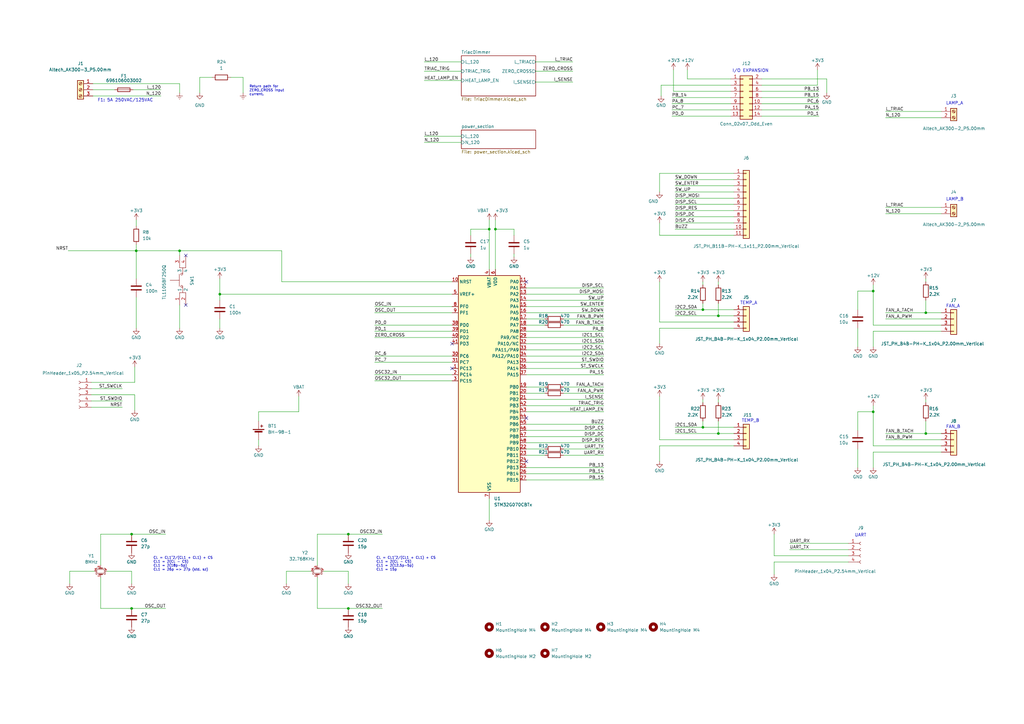
<source format=kicad_sch>
(kicad_sch (version 20230121) (generator eeschema)
  (paper "A3")
  (lib_symbols
    (symbol "BiltongBoard:TL1105BF250Q"
      (property "Reference" "S" (at 16.51 7.62 0))
      (property "Value" "TL1105BF250Q" (at 16.51 5.08 0))
      (property "Footprint" "BiltongBoardLib:TL1105BF250Q" (at 16.51 -94.92 0))
      (symbol "TL1105BF250Q_1_1"
        (pin passive line (at 0 0 0) (length 5.08) (name "1") (number "1"))
        (pin passive line (at 0 -2.54 0) (length 5.08) (name "2") (number "2"))
        (pin passive line (at 20.32 0 180) (length 5.08) (name "3") (number "3"))
        (pin passive line (at 20.32 -2.54 180) (length 5.08) (name "4") (number "4"))
      )
    )
    (symbol "BiltongBoard:VBAT" (power) (pin_names (offset 0))
      (property "Value" "VBAT" (at 0 5.08 0))
      (symbol "VBAT_1_1"
        (pin power_in line (at 0 0 180) (length 0) hide (name "VBAT") (number "1"))
      )
    )
    (symbol "Connector:Conn_01x04_Socket" (pin_names (offset 1.016) hide)
      (property "Reference" "J" (at 0 5.08 0))
      (property "Value" "Conn_01x04_Socket" (at 0 -7.62 0))
      (symbol "Conn_01x04_Socket_1_1"
        (pin passive line (at -5.08 2.54 0) (length 3.81) (name "Pin_1") (number "1"))
        (pin passive line (at -5.08 0 0) (length 3.81) (name "Pin_2") (number "2"))
        (pin passive line (at -5.08 -2.54 0) (length 3.81) (name "Pin_3") (number "3"))
        (pin passive line (at -5.08 -5.08 0) (length 3.81) (name "Pin_4") (number "4"))
      )
    )
    (symbol "Connector:Conn_01x05_Socket" (pin_names (offset 1.016) hide)
      (property "Reference" "J" (at 0 7.62 0))
      (property "Value" "Conn_01x05_Socket" (at 0 -7.62 0))
      (symbol "Conn_01x05_Socket_1_1"
        (pin passive line (at -5.08 5.08 0) (length 3.81) (name "Pin_1") (number "1"))
        (pin passive line (at -5.08 2.54 0) (length 3.81) (name "Pin_2") (number "2"))
        (pin passive line (at -5.08 0 0) (length 3.81) (name "Pin_3") (number "3"))
        (pin passive line (at -5.08 -2.54 0) (length 3.81) (name "Pin_4") (number "4"))
        (pin passive line (at -5.08 -5.08 0) (length 3.81) (name "Pin_5") (number "5"))
      )
    )
    (symbol "Connector:Screw_Terminal_01x02" (pin_names (offset 1.016) hide)
      (property "Reference" "J" (at 0 2.54 0))
      (property "Value" "Screw_Terminal_01x02" (at 0 -5.08 0))
      (symbol "Screw_Terminal_01x02_1_1"
        (pin passive line (at -5.08 0 0) (length 3.81) (name "Pin_1") (number "1"))
        (pin passive line (at -5.08 -2.54 0) (length 3.81) (name "Pin_2") (number "2"))
      )
    )
    (symbol "Connector:Screw_Terminal_01x03" (pin_names (offset 1.016) hide)
      (property "Reference" "J" (at 0 5.08 0))
      (property "Value" "Screw_Terminal_01x03" (at 0 -5.08 0))
      (symbol "Screw_Terminal_01x03_1_1"
        (pin passive line (at -5.08 2.54 0) (length 3.81) (name "Pin_1") (number "1"))
        (pin passive line (at -5.08 0 0) (length 3.81) (name "Pin_2") (number "2"))
        (pin passive line (at -5.08 -2.54 0) (length 3.81) (name "Pin_3") (number "3"))
      )
    )
    (symbol "Connector_Generic:Conn_01x04" (pin_names (offset 1.016) hide)
      (property "Reference" "J" (at 0 5.08 0))
      (property "Value" "Conn_01x04" (at 0 -7.62 0))
      (symbol "Conn_01x04_1_1"
        (pin passive line (at -5.08 2.54 0) (length 3.81) (name "Pin_1") (number "1"))
        (pin passive line (at -5.08 0 0) (length 3.81) (name "Pin_2") (number "2"))
        (pin passive line (at -5.08 -2.54 0) (length 3.81) (name "Pin_3") (number "3"))
        (pin passive line (at -5.08 -5.08 0) (length 3.81) (name "Pin_4") (number "4"))
      )
    )
    (symbol "Connector_Generic:Conn_01x11" (pin_names (offset 1.016) hide)
      (property "Reference" "J" (at 0 15.24 0))
      (property "Value" "Conn_01x11" (at 0 -15.24 0))
      (symbol "Conn_01x11_1_1"
        (pin passive line (at -5.08 12.7 0) (length 3.81) (name "Pin_1") (number "1"))
        (pin passive line (at -5.08 -10.16 0) (length 3.81) (name "Pin_10") (number "10"))
        (pin passive line (at -5.08 -12.7 0) (length 3.81) (name "Pin_11") (number "11"))
        (pin passive line (at -5.08 10.16 0) (length 3.81) (name "Pin_2") (number "2"))
        (pin passive line (at -5.08 7.62 0) (length 3.81) (name "Pin_3") (number "3"))
        (pin passive line (at -5.08 5.08 0) (length 3.81) (name "Pin_4") (number "4"))
        (pin passive line (at -5.08 2.54 0) (length 3.81) (name "Pin_5") (number "5"))
        (pin passive line (at -5.08 0 0) (length 3.81) (name "Pin_6") (number "6"))
        (pin passive line (at -5.08 -2.54 0) (length 3.81) (name "Pin_7") (number "7"))
        (pin passive line (at -5.08 -5.08 0) (length 3.81) (name "Pin_8") (number "8"))
        (pin passive line (at -5.08 -7.62 0) (length 3.81) (name "Pin_9") (number "9"))
      )
    )
    (symbol "Connector_Generic:Conn_02x07_Odd_Even" (pin_names (offset 1.016) hide)
      (property "Reference" "J" (at 1.27 10.16 0))
      (property "Value" "Conn_02x07_Odd_Even" (at 1.27 -10.16 0))
      (symbol "Conn_02x07_Odd_Even_1_1"
        (pin passive line (at -5.08 7.62 0) (length 3.81) (name "Pin_1") (number "1"))
        (pin passive line (at 7.62 -2.54 180) (length 3.81) (name "Pin_10") (number "10"))
        (pin passive line (at -5.08 -5.08 0) (length 3.81) (name "Pin_11") (number "11"))
        (pin passive line (at 7.62 -5.08 180) (length 3.81) (name "Pin_12") (number "12"))
        (pin passive line (at -5.08 -7.62 0) (length 3.81) (name "Pin_13") (number "13"))
        (pin passive line (at 7.62 -7.62 180) (length 3.81) (name "Pin_14") (number "14"))
        (pin passive line (at 7.62 7.62 180) (length 3.81) (name "Pin_2") (number "2"))
        (pin passive line (at -5.08 5.08 0) (length 3.81) (name "Pin_3") (number "3"))
        (pin passive line (at 7.62 5.08 180) (length 3.81) (name "Pin_4") (number "4"))
        (pin passive line (at -5.08 2.54 0) (length 3.81) (name "Pin_5") (number "5"))
        (pin passive line (at 7.62 2.54 180) (length 3.81) (name "Pin_6") (number "6"))
        (pin passive line (at -5.08 0 0) (length 3.81) (name "Pin_7") (number "7"))
        (pin passive line (at 7.62 0 180) (length 3.81) (name "Pin_8") (number "8"))
        (pin passive line (at -5.08 -2.54 0) (length 3.81) (name "Pin_9") (number "9"))
      )
    )
    (symbol "Device:Battery_Cell" (pin_numbers hide) (pin_names (offset 0) hide)
      (property "Reference" "BT" (at 2.54 2.54 0))
      (property "Value" "Battery_Cell" (at 2.54 0 0))
      (symbol "Battery_Cell_1_1"
        (pin passive line (at 0 5.08 270) (length 2.54) (name "+") (number "1"))
        (pin passive line (at 0 -2.54 90) (length 2.54) (name "-") (number "2"))
      )
    )
    (symbol "Device:C" (pin_numbers hide) (pin_names (offset 0.254))
      (property "Reference" "C" (at 0.635 2.54 0))
      (property "Value" "C" (at 0.635 -2.54 0))
      (symbol "C_1_1"
        (pin passive line (at 0 3.81 270) (length 2.794) (name "~") (number "1"))
        (pin passive line (at 0 -3.81 90) (length 2.794) (name "~") (number "2"))
      )
    )
    (symbol "Device:Crystal_GND24_Small" (pin_names (offset 1.016) hide)
      (property "Reference" "Y" (at 1.27 4.445 0))
      (property "Value" "Crystal_GND24_Small" (at 1.27 2.54 0))
      (symbol "Crystal_GND24_Small_1_1"
        (pin passive line (at -2.54 0 0) (length 1.27) (name "1") (number "1"))
        (pin passive line (at 0 -2.54 90) (length 0.635) (name "2") (number "2"))
        (pin passive line (at 2.54 0 180) (length 1.27) (name "3") (number "3"))
        (pin passive line (at 0 2.54 270) (length 0.635) (name "4") (number "4"))
      )
    )
    (symbol "Device:Fuse" (pin_numbers hide) (pin_names (offset 0))
      (property "Reference" "F" (at 2.032 0 90))
      (property "Value" "Fuse" (at -1.905 0 90))
      (symbol "Fuse_1_1"
        (pin passive line (at 0 3.81 270) (length 1.27) (name "~") (number "1"))
        (pin passive line (at 0 -3.81 90) (length 1.27) (name "~") (number "2"))
      )
    )
    (symbol "Device:R" (pin_numbers hide) (pin_names (offset 0))
      (property "Reference" "R" (at 2.032 0 90))
      (property "Value" "R" (at 0 0 90))
      (symbol "R_1_1"
        (pin passive line (at 0 3.81 270) (length 1.27) (name "~") (number "1"))
        (pin passive line (at 0 -3.81 90) (length 1.27) (name "~") (number "2"))
      )
    )
    (symbol "MCU_ST_STM32G0:STM32G070CBTx"
      (property "Reference" "U" (at -12.7 46.99 0))
      (property "Value" "STM32G070CBTx" (at 5.08 46.99 0))
      (symbol "STM32G070CBTx_1_1"
        (pin bidirectional line (at -15.24 7.62 0) (length 2.54) (name "PC13") (number "1"))
        (pin input line (at -15.24 43.18 0) (length 2.54) (name "NRST") (number "10"))
        (pin bidirectional line (at 15.24 43.18 180) (length 2.54) (name "PA0") (number "11"))
        (pin bidirectional line (at 15.24 40.64 180) (length 2.54) (name "PA1") (number "12"))
        (pin bidirectional line (at 15.24 38.1 180) (length 2.54) (name "PA2") (number "13"))
        (pin bidirectional line (at 15.24 35.56 180) (length 2.54) (name "PA3") (number "14"))
        (pin bidirectional line (at 15.24 33.02 180) (length 2.54) (name "PA4") (number "15"))
        (pin bidirectional line (at 15.24 30.48 180) (length 2.54) (name "PA5") (number "16"))
        (pin bidirectional line (at 15.24 27.94 180) (length 2.54) (name "PA6") (number "17"))
        (pin bidirectional line (at 15.24 25.4 180) (length 2.54) (name "PA7") (number "18"))
        (pin bidirectional line (at 15.24 0 180) (length 2.54) (name "PB0") (number "19"))
        (pin bidirectional line (at -15.24 5.08 0) (length 2.54) (name "PC14") (number "2"))
        (pin bidirectional line (at 15.24 -2.54 180) (length 2.54) (name "PB1") (number "20"))
        (pin bidirectional line (at 15.24 -5.08 180) (length 2.54) (name "PB2") (number "21"))
        (pin bidirectional line (at 15.24 -25.4 180) (length 2.54) (name "PB10") (number "22"))
        (pin bidirectional line (at 15.24 -27.94 180) (length 2.54) (name "PB11") (number "23"))
        (pin bidirectional line (at 15.24 -30.48 180) (length 2.54) (name "PB12") (number "24"))
        (pin bidirectional line (at 15.24 -33.02 180) (length 2.54) (name "PB13") (number "25"))
        (pin bidirectional line (at 15.24 -35.56 180) (length 2.54) (name "PB14") (number "26"))
        (pin bidirectional line (at 15.24 -38.1 180) (length 2.54) (name "PB15") (number "27"))
        (pin bidirectional line (at 15.24 22.86 180) (length 2.54) (name "PA8") (number "28"))
        (pin bidirectional line (at 15.24 20.32 180) (length 2.54) (name "PA9/NC") (number "29"))
        (pin bidirectional line (at -15.24 2.54 0) (length 2.54) (name "PC15") (number "3"))
        (pin bidirectional line (at -15.24 12.7 0) (length 2.54) (name "PC6") (number "30"))
        (pin bidirectional line (at -15.24 10.16 0) (length 2.54) (name "PC7") (number "31"))
        (pin bidirectional line (at 15.24 17.78 180) (length 2.54) (name "PA10/NC") (number "32"))
        (pin bidirectional line (at 15.24 15.24 180) (length 2.54) (name "PA11/PA9") (number "33"))
        (pin bidirectional line (at 15.24 12.7 180) (length 2.54) (name "PA12/PA10") (number "34"))
        (pin bidirectional line (at 15.24 10.16 180) (length 2.54) (name "PA13") (number "35"))
        (pin bidirectional line (at 15.24 7.62 180) (length 2.54) (name "PA14") (number "36"))
        (pin bidirectional line (at 15.24 5.08 180) (length 2.54) (name "PA15") (number "37"))
        (pin bidirectional line (at -15.24 25.4 0) (length 2.54) (name "PD0") (number "38"))
        (pin bidirectional line (at -15.24 22.86 0) (length 2.54) (name "PD1") (number "39"))
        (pin power_in line (at 0 48.26 270) (length 2.54) (name "VBAT") (number "4"))
        (pin bidirectional line (at -15.24 20.32 0) (length 2.54) (name "PD2") (number "40"))
        (pin bidirectional line (at -15.24 17.78 0) (length 2.54) (name "PD3") (number "41"))
        (pin bidirectional line (at 15.24 -7.62 180) (length 2.54) (name "PB3") (number "42"))
        (pin bidirectional line (at 15.24 -10.16 180) (length 2.54) (name "PB4") (number "43"))
        (pin bidirectional line (at 15.24 -12.7 180) (length 2.54) (name "PB5") (number "44"))
        (pin bidirectional line (at 15.24 -15.24 180) (length 2.54) (name "PB6") (number "45"))
        (pin bidirectional line (at 15.24 -17.78 180) (length 2.54) (name "PB7") (number "46"))
        (pin bidirectional line (at 15.24 -20.32 180) (length 2.54) (name "PB8") (number "47"))
        (pin bidirectional line (at 15.24 -22.86 180) (length 2.54) (name "PB9") (number "48"))
        (pin input line (at -15.24 38.1 0) (length 2.54) (name "VREF+") (number "5"))
        (pin power_in line (at 2.54 48.26 270) (length 2.54) (name "VDD") (number "6"))
        (pin power_in line (at 0 -45.72 90) (length 2.54) (name "VSS") (number "7"))
        (pin bidirectional line (at -15.24 33.02 0) (length 2.54) (name "PF0") (number "8"))
        (pin bidirectional line (at -15.24 30.48 0) (length 2.54) (name "PF1") (number "9"))
      )
    )
    (symbol "Mechanical:MountingHole" (pin_names (offset 1.016))
      (property "Reference" "H" (at 0 5.08 0))
      (property "Value" "MountingHole" (at 0 3.175 0))
    )
    (symbol "power:+12V" (power) (pin_names (offset 0))
      (property "Value" "+12V" (at 0 3.556 0))
      (symbol "+12V_1_1"
        (pin power_in line (at 0 0 90) (length 0) hide (name "+12V") (number "1"))
      )
    )
    (symbol "power:+3V3" (power) (pin_names (offset 0))
      (property "Value" "+3V3" (at 0 3.556 0))
      (symbol "+3V3_1_1"
        (pin power_in line (at 0 0 90) (length 0) hide (name "+3V3") (number "1"))
      )
    )
    (symbol "power:Earth" (power) (pin_names (offset 0))
      (symbol "Earth_1_1"
        (pin power_in line (at 0 0 270) (length 0) hide (name "Earth") (number "1"))
      )
    )
    (symbol "power:GND" (power) (pin_names (offset 0))
      (property "Value" "GND" (at 0 -3.81 0))
      (symbol "GND_1_1"
        (pin power_in line (at 0 0 270) (length 0) hide (name "GND") (number "1"))
      )
    )
  )
  (junction (at 379.73 177.8))
  (junction (at 53.975 219.075))
  (junction (at 53.975 249.555))
  (junction (at 200.66 93.98))
  (junction (at 358.14 119.38))
  (junction (at 288.29 175.26))
  (junction (at 203.2 93.98))
  (junction (at 90.17 120.65))
  (junction (at 73.66 102.87))
  (junction (at 142.875 219.075))
  (junction (at 379.73 128.27))
  (junction (at 294.64 177.8))
  (junction (at 288.29 127))
  (junction (at 358.14 168.91))
  (junction (at 294.64 129.54))
  (junction (at 55.88 102.87))
  (junction (at 142.875 249.555))
  (no_connect (at 215.9 171.45))
  (no_connect (at 185.42 151.13))
  (no_connect (at 76.2 125.095))
  (no_connect (at 185.42 140.97))
  (no_connect (at 215.9 115.57))
  (no_connect (at 76.2 104.775))
  (no_connect (at 215.9 189.23))
  (wire (pts (xy 363.22 128.27) (xy 379.73 128.27)))
  (wire (pts (xy 379.73 114.3) (xy 379.73 115.57)))
  (wire (pts (xy 215.9 166.37) (xy 247.65 166.37)))
  (wire (pts (xy 41.275 249.555) (xy 53.975 249.555)))
  (wire (pts (xy 270.51 182.88) (xy 270.51 189.23)))
  (wire (pts (xy 37.465 167.005) (xy 50.165 167.005)))
  (wire (pts (xy 270.51 182.88) (xy 300.99 182.88)))
  (wire (pts (xy 73.66 34.29) (xy 73.66 38.1)))
  (wire (pts (xy 200.66 204.47) (xy 200.66 213.36)))
  (wire (pts (xy 41.275 219.075) (xy 41.275 231.775)))
  (wire (pts (xy 347.98 225.425) (xy 323.85 225.425)))
  (wire (pts (xy 335.915 40.005) (xy 312.42 40.005)))
  (wire (pts (xy 386.08 85.09) (xy 363.22 85.09)))
  (wire (pts (xy 215.9 176.53) (xy 247.65 176.53)))
  (wire (pts (xy 300.99 83.82) (xy 276.86 83.82)))
  (wire (pts (xy 81.915 31.75) (xy 81.915 38.1)))
  (wire (pts (xy 117.475 234.315) (xy 117.475 239.395)))
  (wire (pts (xy 358.14 116.84) (xy 358.14 119.38)))
  (wire (pts (xy 173.99 29.21) (xy 189.23 29.21)))
  (wire (pts (xy 276.86 129.54) (xy 294.64 129.54)))
  (wire (pts (xy 55.245 150.495) (xy 55.245 156.845)))
  (wire (pts (xy 193.04 93.98) (xy 200.66 93.98)))
  (wire (pts (xy 130.175 249.555) (xy 142.875 249.555)))
  (wire (pts (xy 288.29 127) (xy 300.99 127)))
  (wire (pts (xy 215.9 146.05) (xy 247.65 146.05)))
  (wire (pts (xy 173.99 58.42) (xy 189.23 58.42)))
  (wire (pts (xy 173.99 33.02) (xy 189.23 33.02)))
  (wire (pts (xy 122.555 168.91) (xy 122.555 162.56)))
  (wire (pts (xy 27.94 102.87) (xy 55.88 102.87)))
  (wire (pts (xy 215.9 130.81) (xy 223.52 130.81)))
  (wire (pts (xy 90.17 120.65) (xy 185.42 120.65)))
  (wire (pts (xy 300.99 86.36) (xy 276.86 86.36)))
  (wire (pts (xy 73.66 134.62) (xy 73.66 125.095)))
  (wire (pts (xy 300.99 88.9) (xy 276.86 88.9)))
  (wire (pts (xy 363.22 177.8) (xy 379.73 177.8)))
  (wire (pts (xy 270.51 115.57) (xy 270.51 132.08)))
  (wire (pts (xy 185.42 156.21) (xy 153.67 156.21)))
  (wire (pts (xy 130.175 219.075) (xy 130.175 231.775)))
  (wire (pts (xy 215.9 125.73) (xy 247.65 125.73)))
  (wire (pts (xy 379.73 172.72) (xy 379.73 177.8)))
  (wire (pts (xy 203.2 93.98) (xy 210.82 93.98)))
  (wire (pts (xy 386.08 133.35) (xy 358.14 133.35)))
  (wire (pts (xy 215.9 123.19) (xy 247.65 123.19)))
  (wire (pts (xy 317.5 227.965) (xy 347.98 227.965)))
  (wire (pts (xy 185.42 115.57) (xy 115.57 115.57)))
  (wire (pts (xy 247.65 161.29) (xy 231.14 161.29)))
  (wire (pts (xy 173.99 25.4) (xy 189.23 25.4)))
  (wire (pts (xy 231.14 184.15) (xy 247.65 184.15)))
  (wire (pts (xy 358.14 185.42) (xy 386.08 185.42)))
  (wire (pts (xy 55.88 100.33) (xy 55.88 102.87)))
  (wire (pts (xy 275.59 42.545) (xy 299.72 42.545)))
  (wire (pts (xy 335.28 28.575) (xy 335.28 34.925)))
  (wire (pts (xy 106.045 168.91) (xy 122.555 168.91)))
  (wire (pts (xy 38.735 234.315) (xy 28.575 234.315)))
  (wire (pts (xy 300.99 180.34) (xy 270.51 180.34)))
  (wire (pts (xy 215.9 168.91) (xy 247.65 168.91)))
  (wire (pts (xy 53.975 234.315) (xy 43.815 234.315)))
  (wire (pts (xy 231.14 158.75) (xy 247.65 158.75)))
  (wire (pts (xy 231.14 130.81) (xy 247.65 130.81)))
  (wire (pts (xy 38.1 39.37) (xy 66.04 39.37)))
  (wire (pts (xy 215.9 184.15) (xy 223.52 184.15)))
  (wire (pts (xy 270.51 134.62) (xy 270.51 140.97)))
  (wire (pts (xy 90.17 114.3) (xy 90.17 120.65)))
  (wire (pts (xy 379.73 163.83) (xy 379.73 165.1)))
  (wire (pts (xy 215.9 135.89) (xy 247.65 135.89)))
  (wire (pts (xy 41.275 219.075) (xy 53.975 219.075)))
  (wire (pts (xy 203.2 90.17) (xy 203.2 93.98)))
  (wire (pts (xy 299.72 32.385) (xy 281.94 32.385)))
  (wire (pts (xy 99.695 31.75) (xy 99.695 38.1)))
  (wire (pts (xy 185.42 135.89) (xy 153.67 135.89)))
  (wire (pts (xy 231.14 133.35) (xy 247.65 133.35)))
  (wire (pts (xy 73.66 102.87) (xy 73.66 104.775)))
  (wire (pts (xy 215.9 120.65) (xy 247.65 120.65)))
  (wire (pts (xy 55.88 90.17) (xy 55.88 92.71)))
  (wire (pts (xy 300.99 78.74) (xy 276.86 78.74)))
  (wire (pts (xy 276.86 177.8) (xy 294.64 177.8)))
  (wire (pts (xy 215.9 191.77) (xy 247.65 191.77)))
  (wire (pts (xy 106.045 180.34) (xy 106.045 182.88)))
  (wire (pts (xy 363.22 130.81) (xy 386.08 130.81)))
  (wire (pts (xy 300.99 73.66) (xy 276.86 73.66)))
  (wire (pts (xy 153.67 128.27) (xy 185.42 128.27)))
  (wire (pts (xy 90.17 120.65) (xy 90.17 123.19)))
  (wire (pts (xy 312.42 37.465) (xy 335.915 37.465)))
  (wire (pts (xy 215.9 163.83) (xy 247.65 163.83)))
  (wire (pts (xy 358.14 135.89) (xy 386.08 135.89)))
  (wire (pts (xy 247.65 194.31) (xy 215.9 194.31)))
  (wire (pts (xy 193.04 96.52) (xy 193.04 93.98)))
  (wire (pts (xy 294.64 115.57) (xy 294.64 116.84)))
  (wire (pts (xy 142.875 234.315) (xy 132.715 234.315)))
  (wire (pts (xy 288.29 115.57) (xy 288.29 116.84)))
  (wire (pts (xy 127.635 234.315) (xy 117.475 234.315)))
  (wire (pts (xy 294.64 124.46) (xy 294.64 129.54)))
  (wire (pts (xy 53.975 219.075) (xy 67.945 219.075)))
  (wire (pts (xy 231.14 186.69) (xy 247.65 186.69)))
  (wire (pts (xy 215.9 158.75) (xy 223.52 158.75)))
  (wire (pts (xy 55.245 161.925) (xy 55.245 168.275)))
  (wire (pts (xy 288.29 163.83) (xy 288.29 165.1)))
  (wire (pts (xy 219.71 29.21) (xy 234.95 29.21)))
  (wire (pts (xy 358.14 185.42) (xy 358.14 191.77)))
  (wire (pts (xy 288.29 175.26) (xy 300.99 175.26)))
  (wire (pts (xy 210.82 96.52) (xy 210.82 93.98)))
  (wire (pts (xy 215.9 179.07) (xy 247.65 179.07)))
  (wire (pts (xy 215.9 138.43) (xy 247.65 138.43)))
  (wire (pts (xy 28.575 234.315) (xy 28.575 239.395)))
  (wire (pts (xy 81.915 31.75) (xy 86.995 31.75)))
  (wire (pts (xy 276.86 175.26) (xy 288.29 175.26)))
  (wire (pts (xy 215.9 181.61) (xy 247.65 181.61)))
  (wire (pts (xy 317.5 230.505) (xy 317.5 235.585)))
  (wire (pts (xy 294.64 129.54) (xy 300.99 129.54)))
  (wire (pts (xy 173.99 55.88) (xy 189.23 55.88)))
  (wire (pts (xy 193.04 104.14) (xy 193.04 105.41)))
  (wire (pts (xy 54.61 36.83) (xy 66.04 36.83)))
  (wire (pts (xy 215.9 133.35) (xy 223.52 133.35)))
  (wire (pts (xy 335.915 42.545) (xy 312.42 42.545)))
  (wire (pts (xy 335.915 45.085) (xy 312.42 45.085)))
  (wire (pts (xy 300.99 71.12) (xy 270.51 71.12)))
  (wire (pts (xy 215.9 186.69) (xy 223.52 186.69)))
  (wire (pts (xy 351.79 176.53) (xy 351.79 168.91)))
  (wire (pts (xy 153.67 138.43) (xy 185.42 138.43)))
  (wire (pts (xy 363.22 87.63) (xy 386.08 87.63)))
  (wire (pts (xy 38.1 36.83) (xy 46.99 36.83)))
  (wire (pts (xy 351.79 134.62) (xy 351.79 142.24)))
  (wire (pts (xy 142.875 249.555) (xy 156.845 249.555)))
  (wire (pts (xy 276.225 28.575) (xy 276.225 37.465)))
  (wire (pts (xy 317.5 230.505) (xy 347.98 230.505)))
  (wire (pts (xy 351.79 119.38) (xy 358.14 119.38)))
  (wire (pts (xy 288.29 124.46) (xy 288.29 127)))
  (wire (pts (xy 210.82 104.14) (xy 210.82 105.41)))
  (wire (pts (xy 363.22 180.34) (xy 386.08 180.34)))
  (wire (pts (xy 215.9 161.29) (xy 223.52 161.29)))
  (wire (pts (xy 37.465 164.465) (xy 50.165 164.465)))
  (wire (pts (xy 271.145 34.925) (xy 299.72 34.925)))
  (wire (pts (xy 142.875 219.075) (xy 156.845 219.075)))
  (wire (pts (xy 335.915 47.625) (xy 312.42 47.625)))
  (wire (pts (xy 379.73 123.19) (xy 379.73 128.27)))
  (wire (pts (xy 185.42 133.35) (xy 153.67 133.35)))
  (wire (pts (xy 351.79 184.15) (xy 351.79 191.77)))
  (wire (pts (xy 55.88 114.3) (xy 55.88 102.87)))
  (wire (pts (xy 247.65 196.85) (xy 215.9 196.85)))
  (wire (pts (xy 299.72 40.005) (xy 275.59 40.005)))
  (wire (pts (xy 106.045 172.72) (xy 106.045 168.91)))
  (wire (pts (xy 90.17 130.81) (xy 90.17 134.62)))
  (wire (pts (xy 339.09 32.385) (xy 312.42 32.385)))
  (wire (pts (xy 55.88 102.87) (xy 73.66 102.87)))
  (wire (pts (xy 358.14 168.91) (xy 358.14 182.88)))
  (wire (pts (xy 130.175 219.075) (xy 142.875 219.075)))
  (wire (pts (xy 300.99 132.08) (xy 270.51 132.08)))
  (wire (pts (xy 130.175 236.855) (xy 130.175 249.555)))
  (wire (pts (xy 215.9 140.97) (xy 247.65 140.97)))
  (wire (pts (xy 53.975 249.555) (xy 67.945 249.555)))
  (wire (pts (xy 153.67 148.59) (xy 185.42 148.59)))
  (wire (pts (xy 142.875 234.315) (xy 142.875 239.395)))
  (wire (pts (xy 203.2 93.98) (xy 203.2 110.49)))
  (wire (pts (xy 215.9 173.99) (xy 247.65 173.99)))
  (wire (pts (xy 339.09 32.385) (xy 339.09 38.1)))
  (wire (pts (xy 41.275 236.855) (xy 41.275 249.555)))
  (wire (pts (xy 153.67 146.05) (xy 185.42 146.05)))
  (wire (pts (xy 38.1 34.29) (xy 73.66 34.29)))
  (wire (pts (xy 200.66 90.17) (xy 200.66 93.98)))
  (wire (pts (xy 215.9 118.11) (xy 247.65 118.11)))
  (wire (pts (xy 215.9 128.27) (xy 247.65 128.27)))
  (wire (pts (xy 219.71 25.4) (xy 234.95 25.4)))
  (wire (pts (xy 294.64 172.72) (xy 294.64 177.8)))
  (wire (pts (xy 275.59 47.625) (xy 299.72 47.625)))
  (wire (pts (xy 379.73 128.27) (xy 386.08 128.27)))
  (wire (pts (xy 270.51 162.56) (xy 270.51 180.34)))
  (wire (pts (xy 312.42 34.925) (xy 335.28 34.925)))
  (wire (pts (xy 215.9 148.59) (xy 247.65 148.59)))
  (wire (pts (xy 73.66 102.87) (xy 115.57 102.87)))
  (wire (pts (xy 317.5 219.075) (xy 317.5 227.965)))
  (wire (pts (xy 288.29 172.72) (xy 288.29 175.26)))
  (wire (pts (xy 351.79 168.91) (xy 358.14 168.91)))
  (wire (pts (xy 270.51 96.52) (xy 270.51 91.44)))
  (wire (pts (xy 270.51 78.74) (xy 270.51 71.12)))
  (wire (pts (xy 153.67 125.73) (xy 185.42 125.73)))
  (wire (pts (xy 351.79 127) (xy 351.79 119.38)))
  (wire (pts (xy 153.67 153.67) (xy 185.42 153.67)))
  (wire (pts (xy 37.465 161.925) (xy 55.245 161.925)))
  (wire (pts (xy 281.94 28.575) (xy 281.94 32.385)))
  (wire (pts (xy 215.9 143.51) (xy 247.65 143.51)))
  (wire (pts (xy 300.99 96.52) (xy 270.51 96.52)))
  (wire (pts (xy 271.145 34.925) (xy 271.145 39.37)))
  (wire (pts (xy 294.64 163.83) (xy 294.64 165.1)))
  (wire (pts (xy 219.71 33.655) (xy 234.95 33.655)))
  (wire (pts (xy 299.72 37.465) (xy 276.225 37.465)))
  (wire (pts (xy 294.64 177.8) (xy 300.99 177.8)))
  (wire (pts (xy 37.465 156.845) (xy 55.245 156.845)))
  (wire (pts (xy 386.08 182.88) (xy 358.14 182.88)))
  (wire (pts (xy 37.465 159.385) (xy 50.165 159.385)))
  (wire (pts (xy 300.99 76.2) (xy 276.86 76.2)))
  (wire (pts (xy 358.14 135.89) (xy 358.14 142.24)))
  (wire (pts (xy 215.9 151.13) (xy 247.65 151.13)))
  (wire (pts (xy 215.9 153.67) (xy 247.65 153.67)))
  (wire (pts (xy 358.14 166.37) (xy 358.14 168.91)))
  (wire (pts (xy 386.08 45.72) (xy 363.22 45.72)))
  (wire (pts (xy 94.615 31.75) (xy 99.695 31.75)))
  (wire (pts (xy 300.99 93.98) (xy 276.86 93.98)))
  (wire (pts (xy 270.51 134.62) (xy 300.99 134.62)))
  (wire (pts (xy 379.73 177.8) (xy 386.08 177.8)))
  (wire (pts (xy 276.86 127) (xy 288.29 127)))
  (wire (pts (xy 200.66 93.98) (xy 200.66 110.49)))
  (wire (pts (xy 115.57 115.57) (xy 115.57 102.87)))
  (wire (pts (xy 358.14 119.38) (xy 358.14 133.35)))
  (wire (pts (xy 300.99 91.44) (xy 276.86 91.44)))
  (wire (pts (xy 275.59 45.085) (xy 299.72 45.085)))
  (wire (pts (xy 53.975 234.315) (xy 53.975 239.395)))
  (wire (pts (xy 347.98 222.885) (xy 323.85 222.885)))
  (wire (pts (xy 300.99 81.28) (xy 276.86 81.28)))
  (wire (pts (xy 363.22 48.26) (xy 386.08 48.26)))
  (wire (pts (xy 55.88 121.92) (xy 55.88 134.62)))
  (text "F1: 5A 250VAC/125VAC " (at 40.005 41.91 0) (effects (font (size 1.27 1.27)) (justify left bottom)))
  (text "FAN_B" (at 387.985 175.895 0) (effects (font (size 1.27 1.27)) (justify left bottom)))
  (text "LAMP_B" (at 387.985 82.55 0) (effects (font (size 1.27 1.27)) (justify left bottom)))
  (text "TEMP_B" (at 304.165 173.355 0) (effects (font (size 1.27 1.27)) (justify left bottom)))
  (text "CL = CL1^2/(CL1 + CL1) + CS\nCL1 = 2(CL - CS)\nCL1 = 2(18p-5p)\nCL1 = 26p => 27p (std. sz)" (at 62.865 234.315 0) (effects (font (size 1 1)) (justify left bottom)))
  (text "Return path for \nZERO_CROSS input \ncurrent." (at 102.235 39.37 0) (effects (font (size 1 1)) (justify left bottom)))
  (text "TEMP_A" (at 303.53 125.095 0) (effects (font (size 1.27 1.27)) (justify left bottom)))
  (text "UART" (at 350.52 220.345 0) (effects (font (size 1.27 1.27)) (justify left bottom)))
  (text "CL = CL1^2/(CL1 + CL1) + CS\nCL1 = 2(CL - CS)\nCL1 = 2(12.5p-5p)\nCL1 = 15p " (at 154.305 234.315 0) (effects (font (size 1 1)) (justify left bottom)))
  (text "FAN_A" (at 387.985 126.365 0) (effects (font (size 1.27 1.27)) (justify left bottom)))
  (text "LAMP_A" (at 387.985 43.18 0) (effects (font (size 1.27 1.27)) (justify left bottom)))
  (text "I/O EXPANSION" (at 300.355 29.845 0) (effects (font (size 1.27 1.27)) (justify left bottom)))
  (label "I2C1_SDA" (at 276.86 175.26 0))
  (label "PB_13" (at 247.65 191.77 180))
  (label "FAN_B_PWM" (at 363.22 180.34 0))
  (label "UART_TX" (at 247.65 184.15 180))
  (label "I2C2_SDA" (at 276.86 127 0))
  (label "FAN_A_TACH" (at 247.65 158.75 180))
  (label "DISP_MOSI" (at 247.65 120.65 180))
  (label "OSC32_IN" (at 153.67 153.67 0))
  (label "SW_ENTER" (at 276.86 76.2 0))
  (label "SW_DOWN" (at 276.86 73.66 0))
  (label "ST_SWCLK" (at 50.165 159.385 180))
  (label "OSC_OUT" (at 153.67 128.27 0))
  (label "DISP_RES" (at 276.86 86.36 0))
  (label "PB_14" (at 247.65 194.31 180))
  (label "I_SENSE" (at 247.65 163.83 180))
  (label "TRIAC_TRIG" (at 247.65 166.37 180))
  (label "DISP_DC" (at 247.65 179.07 180))
  (label "SW_UP" (at 276.86 78.74 0))
  (label "I2C1_SCL" (at 276.86 177.8 0))
  (label "FAN_A_PWM" (at 247.65 161.29 180))
  (label "ZERO_CROSS" (at 153.67 138.43 0))
  (label "DISP_SCL" (at 276.86 83.82 0))
  (label "PD_1" (at 153.67 135.89 0))
  (label "DISP_CS" (at 247.65 176.53 180))
  (label "L_TRIAC" (at 234.95 25.4 180))
  (label "DISP_DC" (at 276.86 88.9 0))
  (label "HEAT_LAMP_EN" (at 247.65 168.91 180))
  (label "ST_SWDIO" (at 247.65 148.59 180))
  (label "ST_SWCLK" (at 247.65 151.13 180))
  (label "ST_SWDIO" (at 50.165 164.465 180))
  (label "PB_15" (at 335.915 40.005 180))
  (label "PC_6" (at 153.67 146.05 0))
  (label "I2C2_SDA" (at 247.65 146.05 180))
  (label "PB_14" (at 275.59 40.005 0))
  (label "DISP_MOSI" (at 276.86 81.28 0))
  (label "FAN_B_TACH" (at 247.65 133.35 180))
  (label "SW_ENTER" (at 247.65 125.73 180))
  (label "L_120" (at 173.99 55.88 0))
  (label "HEAT_LAMP_EN" (at 173.99 33.02 0))
  (label "PB_13" (at 335.915 37.465 180))
  (label "I2C2_SCL" (at 247.65 143.51 180))
  (label "SW_DOWN" (at 247.65 128.27 180))
  (label "N_120" (at 173.99 58.42 0))
  (label "PD_1" (at 335.915 47.625 180))
  (label "DISP_SCL" (at 247.65 118.11 180))
  (label "BUZZ" (at 247.65 173.99 180))
  (label "OSC_IN" (at 153.67 125.73 0))
  (label "FAN_A_PWM" (at 363.22 130.81 0))
  (label "FAN_A_TACH" (at 363.22 128.27 0))
  (label "PD_0" (at 275.59 47.625 0))
  (label "I_SENSE" (at 234.95 33.655 180))
  (label "FAN_B_PWM" (at 247.65 130.81 180))
  (label "I2C2_SCL" (at 276.86 129.54 0))
  (label "N_120" (at 66.04 39.37 180))
  (label "N_120" (at 363.22 48.26 0))
  (label "PA_8" (at 275.59 42.545 0))
  (label "PC_7" (at 153.67 148.59 0))
  (label "PB_15" (at 247.65 196.85 180))
  (label "UART_RX" (at 247.65 186.69 180))
  (label "PC_7" (at 275.59 45.085 0))
  (label "L_TRIAC" (at 363.22 85.09 0))
  (label "PC_6" (at 335.915 42.545 180))
  (label "I2C1_SCL" (at 247.65 138.43 180))
  (label "SW_UP" (at 247.65 123.19 180))
  (label "OSC_IN" (at 67.945 219.075 180))
  (label "NRST" (at 27.94 102.87 180))
  (label "PA_8" (at 247.65 135.89 180))
  (label "OSC_OUT" (at 67.945 249.555 180))
  (label "UART_TX" (at 323.85 225.425 0))
  (label "NRST" (at 50.165 167.005 180))
  (label "DISP_CS" (at 276.86 91.44 0))
  (label "FAN_B_TACH" (at 363.22 177.8 0))
  (label "OSC32_OUT" (at 156.845 249.555 180))
  (label "OSC32_IN" (at 156.845 219.075 180))
  (label "TRIAC_TRIG" (at 173.99 29.21 0))
  (label "PA_15" (at 247.65 153.67 180))
  (label "L_TRIAC" (at 363.22 45.72 0))
  (label "I2C1_SDA" (at 247.65 140.97 180))
  (label "L_120" (at 66.04 36.83 180))
  (label "N_120" (at 363.22 87.63 0))
  (label "OSC32_OUT" (at 153.67 156.21 0))
  (label "UART_RX" (at 323.85 222.885 0))
  (label "BUZZ" (at 276.86 93.98 0))
  (label "PA_15" (at 335.915 45.085 180))
  (label "PD_0" (at 153.67 133.35 0))
  (label "ZERO_CROSS" (at 234.95 29.21 180))
  (label "L_120" (at 173.99 25.4 0))
  (label "DISP_RES" (at 247.65 181.61 180))
  (symbol (lib_id "power:+3V3") (at 379.73 163.83 0) (unit 1)
    (property "Reference" "#PWR043" (effects hide))
    (property "Value" "+3V3" (at 379.73 160.02 0))
  )
  (symbol (lib_id "Mechanical:MountingHole") (at 246.38 257.175 0) (unit 1) (in_bom no)
    (property "Reference" "H3" (at 248.92 255.905 0) (effects (justify left)))
    (property "Value" "MountingHole M4" (at 248.92 258.445 0) (effects (justify left)))
    (property "Footprint" "MountingHole:MountingHole_4.3mm_M4" (effects hide))
  )
  (symbol (lib_id "power:GND") (at 339.09 38.1 0) (unit 1)
    (property "Reference" "#PWR068" (effects hide))
    (property "Value" "GND" (at 339.09 41.91 0))
  )
  (symbol (lib_id "Connector_Generic:Conn_01x11") (at 306.07 83.82 0) (unit 1)
    (property "Reference" "J6" (at 306.07 64.77 0))
    (property "Value" "JST_PH_B11B-PH-K_1x11_P2.00mm_Vertical" (at 306.07 100.965 0))
    (property "Footprint" "Connector_JST:JST_PH_B11B-PH-K_1x11_P2.00mm_Vertical" (effects hide))
  )
  (symbol (lib_id "power:GND") (at 81.915 38.1 0) (unit 1)
    (property "Reference" "#PWR012" (effects hide))
    (property "Value" "GND" (at 81.915 43.18 0))
  )
  (symbol (lib_id "power:GND") (at 142.875 239.395 0) (unit 1)
    (property "Reference" "#PWR051" (effects hide))
    (property "Value" "GND" (at 142.875 243.205 0))
  )
  (symbol (lib_id "Connector:Screw_Terminal_01x02") (at 391.16 45.72 0) (unit 1)
    (property "Reference" "J3" (at 389.89 39.37 0) (effects (justify left)))
    (property "Value" "Altech_AK300-2_P5.00mm" (at 378.46 52.705 0) (effects (justify left)))
    (property "Footprint" "BiltongBoardLib:TerminalBlock_Altech_AK300-2_P5.00mm_w_model" (effects hide))
    (property "Datasheet" "https://www.digikey.ca/en/products/detail/amphenol-anytek/TC0203620000G/4940295" (effects hide))
  )
  (symbol (lib_id "power:Earth") (at 73.66 38.1 0) (unit 1)
    (property "Reference" "#PWR01" (effects hide))
    (property "Value" "Earth" (effects hide))
  )
  (symbol (lib_id "power:+3V3") (at 270.51 115.57 0) (unit 1)
    (property "Reference" "#PWR032" (effects hide))
    (property "Value" "+3V3" (at 270.51 111.76 0))
  )
  (symbol (lib_id "Device:C") (at 53.975 222.885 0) (unit 1)
    (property "Reference" "C6" (at 57.785 221.615 0) (effects (justify left)))
    (property "Value" "27p" (at 57.785 224.155 0) (effects (justify left)))
    (property "Footprint" "Capacitor_SMD:C_0603_1608Metric" (effects hide))
    (property "Datasheet" "https://www.digikey.ca/en/products/detail/kemet/C0603C270J3GAC7867/2200366" (effects hide))
  )
  (symbol (lib_id "power:GND") (at 117.475 239.395 0) (unit 1)
    (property "Reference" "#PWR050" (effects hide))
    (property "Value" "GND" (at 117.475 243.205 0))
  )
  (symbol (lib_id "Device:R") (at 227.33 133.35 270) (unit 1)
    (property "Reference" "R20" (at 224.79 132.08 90) (effects (justify right)))
    (property "Value" "470" (at 233.68 132.08 90) (effects (justify right)))
    (property "Footprint" "Resistor_SMD:R_0603_1608Metric" (effects hide))
  )
  (symbol (lib_id "power:GND") (at 358.14 191.77 0) (unit 1)
    (property "Reference" "#PWR042" (effects hide))
    (property "Value" "GND" (at 358.14 195.58 0))
  )
  (symbol (lib_id "power:+3V3") (at 317.5 219.075 0) (unit 1)
    (property "Reference" "#PWR054" (effects hide))
    (property "Value" "+3V3" (at 317.5 215.265 0))
  )
  (symbol (lib_id "power:+3V3") (at 270.51 91.44 0) (unit 1)
    (property "Reference" "#PWR034" (effects hide))
    (property "Value" "+3V3" (at 270.51 87.63 0))
  )
  (symbol (lib_id "power:GND") (at 271.145 39.37 0) (unit 1)
    (property "Reference" "#PWR063" (effects hide))
    (property "Value" "GND" (at 271.145 43.18 0))
  )
  (symbol (lib_id "power:+12V") (at 358.14 166.37 0) (unit 1)
    (property "Reference" "#PWR040" (effects hide))
    (property "Value" "+12V" (at 358.14 162.56 0))
  )
  (symbol (lib_id "Mechanical:MountingHole") (at 223.52 257.175 0) (unit 1) (in_bom no)
    (property "Reference" "H2" (at 226.06 255.905 0) (effects (justify left)))
    (property "Value" "MountingHole M4" (at 226.06 258.445 0) (effects (justify left)))
    (property "Footprint" "MountingHole:MountingHole_4.3mm_M4" (effects hide))
  )
  (symbol (lib_id "power:+3V3") (at 335.28 28.575 0) (unit 1)
    (property "Reference" "#PWR057" (effects hide))
    (property "Value" "+3V3" (at 335.28 24.765 0))
  )
  (symbol (lib_id "Device:Crystal_GND24_Small") (at 41.275 234.315 270) (mirror x) (unit 1)
    (property "Reference" "Y1" (at 37.465 227.965 90))
    (property "Value" "8MHz" (at 37.465 230.505 90))
    (property "Footprint" "BiltongBoardLib:Crystal_SMD_Abracon_ABM3B-4Pin_5.0x3.2mm_w_model" (effects hide))
    (property "Datasheet" "https://www.digikey.com/en/products/detail/abracon-llc/ABM3B-8-000MHZ-B2-T/1873166" (effects hide))
  )
  (symbol (lib_id "power:GND") (at 200.66 213.36 0) (unit 1)
    (property "Reference" "#PWR05" (effects hide))
    (property "Value" "GND" (at 200.66 217.17 0))
  )
  (symbol (lib_id "BiltongBoard:TL1105BF250Q") (at 73.66 125.095 90) (unit 1)
    (property "Reference" "SW1" (at 78.74 113.03 0) (effects (justify right)))
    (property "Value" "TL1105BF250Q" (at 67.31 108.585 0) (effects (justify right)))
    (property "Footprint" "BiltongBoardLib:TL1105BF250Q" (effects hide))
    (property "Datasheet" "https://configured-product-images.s3.amazonaws.com/2D/specs/TL1105BF250Q.pdf" (effects hide))
    (property "Height" "5" (effects hide))
    (property "Mouser Part Number" "612-TL1105BF250" (effects hide))
    (property "Mouser Price/Stock" "https://www.mouser.co.uk/ProductDetail/E-Switch/TL1105BF250Q?qs=p1ouRkteQiX4mV6IQ3ZNPQ%3D%3D" (effects hide))
    (property "Manufacturer_Name" "E-Switch" (effects hide))
    (property "Manufacturer_Part_Number" "TL1105BF250Q" (effects hide))
  )
  (symbol (lib_id "power:GND") (at 351.79 142.24 0) (unit 1)
    (property "Reference" "#PWR045" (effects hide))
    (property "Value" "GND" (at 351.79 146.05 0))
  )
  (symbol (lib_id "power:GND") (at 55.245 168.275 0) (unit 1)
    (property "Reference" "#PWR02" (effects hide))
    (property "Value" "GND" (at 55.245 172.085 0))
  )
  (symbol (lib_id "Device:C") (at 90.17 127 0) (unit 1)
    (property "Reference" "C1" (at 93.98 125.73 0) (effects (justify left)))
    (property "Value" "100n" (at 93.98 128.27 0) (effects (justify left)))
    (property "Footprint" "Capacitor_SMD:C_0603_1608Metric" (effects hide))
  )
  (symbol (lib_id "Device:C") (at 53.975 253.365 0) (unit 1)
    (property "Reference" "C7" (at 57.785 252.095 0) (effects (justify left)))
    (property "Value" "27p" (at 57.785 254.635 0) (effects (justify left)))
    (property "Footprint" "Capacitor_SMD:C_0603_1608Metric" (effects hide))
    (property "Datasheet" "https://www.digikey.ca/en/products/detail/kemet/C0603C270J3GAC7867/2200366" (effects hide))
  )
  (symbol (lib_id "BiltongBoard:VBAT") (at 122.555 162.56 0) (unit 1)
    (property "Reference" "#PWR048" (effects hide))
    (property "Value" "VBAT" (at 122.555 158.75 0))
  )
  (symbol (lib_id "Mechanical:MountingHole") (at 200.66 257.175 0) (unit 1) (in_bom no)
    (property "Reference" "H1" (at 203.2 255.905 0) (effects (justify left)))
    (property "Value" "MountingHole M4" (at 203.2 258.445 0) (effects (justify left)))
    (property "Footprint" "MountingHole:MountingHole_4.3mm_M4" (effects hide))
  )
  (symbol (lib_id "Device:C") (at 142.875 253.365 0) (unit 1)
    (property "Reference" "C18" (at 146.685 252.095 0) (effects (justify left)))
    (property "Value" "15p" (at 146.685 254.635 0) (effects (justify left)))
    (property "Footprint" "Capacitor_SMD:C_0603_1608Metric" (effects hide))
    (property "Datasheet" "https://www.digikey.ca/en/products/detail/yageo/CC0603JRNPO9BN150/302794" (effects hide))
  )
  (symbol (lib_id "Device:R") (at 227.33 130.81 270) (unit 1)
    (property "Reference" "R18" (at 224.79 129.54 90) (effects (justify right)))
    (property "Value" "470" (at 233.68 129.54 90) (effects (justify right)))
    (property "Footprint" "Resistor_SMD:R_0603_1608Metric" (effects hide))
  )
  (symbol (lib_id "power:+3V3") (at 276.225 28.575 0) (mirror y) (unit 1)
    (property "Reference" "#PWR056" (effects hide))
    (property "Value" "+3V3" (at 276.225 24.765 0))
  )
  (symbol (lib_id "power:GND") (at 90.17 134.62 0) (unit 1)
    (property "Reference" "#PWR04" (effects hide))
    (property "Value" "GND" (at 90.17 138.43 0))
  )
  (symbol (lib_id "Mechanical:MountingHole") (at 267.97 257.175 0) (unit 1) (in_bom no)
    (property "Reference" "H4" (at 270.51 255.905 0) (effects (justify left)))
    (property "Value" "MountingHole M4" (at 270.51 258.445 0) (effects (justify left)))
    (property "Footprint" "MountingHole:MountingHole_4.3mm_M4" (effects hide))
  )
  (symbol (lib_id "Device:R") (at 227.33 158.75 270) (unit 1)
    (property "Reference" "R19" (at 224.79 157.48 90) (effects (justify right)))
    (property "Value" "470" (at 233.68 157.48 90) (effects (justify right)))
    (property "Footprint" "Resistor_SMD:R_0603_1608Metric" (effects hide))
  )
  (symbol (lib_id "Device:R") (at 227.33 184.15 270) (unit 1)
    (property "Reference" "R12" (at 224.79 182.88 90) (effects (justify right)))
    (property "Value" "470" (at 233.68 182.88 90) (effects (justify right)))
    (property "Footprint" "Resistor_SMD:R_0603_1608Metric" (effects hide))
  )
  (symbol (lib_id "power:GND") (at 317.5 235.585 0) (unit 1)
    (property "Reference" "#PWR055" (effects hide))
    (property "Value" "GND" (at 317.5 239.395 0))
  )
  (symbol (lib_id "power:+3V3") (at 55.245 150.495 0) (unit 1)
    (property "Reference" "#PWR03" (effects hide))
    (property "Value" "+3V3" (at 55.245 146.685 0))
  )
  (symbol (lib_id "Device:R") (at 90.805 31.75 270) (unit 1)
    (property "Reference" "R24" (at 90.805 25.4 90))
    (property "Value" "1" (at 90.805 27.94 90))
    (property "Footprint" "Resistor_SMD:R_2010_5025Metric" (effects hide))
  )
  (symbol (lib_id "Connector:Screw_Terminal_01x03") (at 33.02 36.83 0) (mirror y) (unit 1)
    (property "Reference" "J1" (at 34.29 26.035 0) (effects (justify left)))
    (property "Value" "Altech_AK300-3_P5.00mm" (at 45.72 28.575 0) (effects (justify left)))
    (property "Footprint" "BiltongBoardLib:TerminalBlock_Altech_AK300-3_P5.00mm_w_model" (effects hide))
    (property "Datasheet" "https://www.digikey.ca/en/products/detail/amphenol-anytek/TC0323620000G/4940301" (effects hide))
  )
  (symbol (lib_id "Connector_Generic:Conn_01x04") (at 306.07 177.8 0) (unit 1)
    (property "Reference" "J11" (at 304.8 170.18 0) (effects (justify left)))
    (property "Value" "JST_PH_B4B-PH-K_1x04_P2.00mm_Vertical" (at 285.115 188.595 0) (effects (justify left)))
    (property "Footprint" "Connector_JST:JST_PH_B4B-PH-K_1x04_P2.00mm_Vertical" (effects hide))
  )
  (symbol (lib_id "power:GND") (at 53.975 257.175 0) (unit 1)
    (property "Reference" "#PWR021" (effects hide))
    (property "Value" "GND" (at 53.975 260.985 0))
  )
  (symbol (lib_id "Device:C") (at 351.79 180.34 0) (unit 1)
    (property "Reference" "C15" (at 344.17 179.07 0) (effects (justify left)))
    (property "Value" "10u" (at 344.17 181.61 0) (effects (justify left)))
    (property "Footprint" "Capacitor_THT:CP_Radial_D5.0mm_P2.00mm" (effects hide))
    (property "Datasheet" "https://www.digikey.ca/en/products/detail/w%C3%BCrth-elektronik/860020572003/5727172" (effects hide))
  )
  (symbol (lib_id "power:+3V3") (at 90.17 114.3 0) (unit 1)
    (property "Reference" "#PWR014" (effects hide))
    (property "Value" "+3V3" (at 90.17 110.49 0))
  )
  (symbol (lib_id "Device:Crystal_GND24_Small") (at 130.175 234.315 270) (mirror x) (unit 1)
    (property "Reference" "Y2" (at 125.095 226.695 90))
    (property "Value" "32.768KHz" (at 123.825 229.235 90))
    (property "Footprint" "BiltongBoardLib:Crystal_SMD_Abracon_ABS25-4Pin_8.0x3.8mm_w_model" (effects hide))
    (property "Datasheet" "https://www.digikey.ca/en/products/detail/abracon-llc/ABS25-32-768KHZ-T/675361" (effects hide))
  )
  (symbol (lib_id "Device:R") (at 379.73 119.38 180) (unit 1)
    (property "Reference" "R15" (at 381 118.11 0) (effects (justify right)))
    (property "Value" "2.2K" (at 381 120.65 0) (effects (justify right)))
    (property "Footprint" "Resistor_SMD:R_0603_1608Metric" (effects hide))
  )
  (symbol (lib_id "Device:R") (at 55.88 96.52 180) (unit 1)
    (property "Reference" "R8" (at 58.42 95.25 0) (effects (justify right)))
    (property "Value" "10k" (at 58.42 97.79 0) (effects (justify right)))
    (property "Footprint" "Resistor_SMD:R_0603_1608Metric" (effects hide))
  )
  (symbol (lib_id "Device:C") (at 55.88 118.11 0) (unit 1)
    (property "Reference" "C4" (at 59.69 116.84 0) (effects (justify left)))
    (property "Value" "100n" (at 59.69 119.38 0) (effects (justify left)))
    (property "Footprint" "Capacitor_SMD:C_0603_1608Metric" (effects hide))
  )
  (symbol (lib_id "Device:R") (at 227.33 161.29 270) (unit 1)
    (property "Reference" "R17" (at 224.79 160.02 90) (effects (justify right)))
    (property "Value" "470" (at 233.68 160.02 90) (effects (justify right)))
    (property "Footprint" "Resistor_SMD:R_0603_1608Metric" (effects hide))
  )
  (symbol (lib_id "Device:R") (at 379.73 168.91 180) (unit 1)
    (property "Reference" "R16" (at 381 167.64 0) (effects (justify right)))
    (property "Value" "2.2K" (at 381 170.18 0) (effects (justify right)))
    (property "Footprint" "Resistor_SMD:R_0603_1608Metric" (effects hide))
  )
  (symbol (lib_id "power:GND") (at 142.875 226.695 0) (unit 1)
    (property "Reference" "#PWR053" (effects hide))
    (property "Value" "GND" (at 142.875 230.505 0))
  )
  (symbol (lib_id "Device:Fuse") (at 50.8 36.83 90) (unit 1)
    (property "Reference" "F1" (at 50.8 31.115 90))
    (property "Value" "696106003002" (at 50.8 33.02 90))
    (property "Footprint" "BiltongBoardLib:fuseholder_wurth_696106003002" (effects hide))
    (property "Datasheet" "https://www.digikey.ca/en/products/detail/würth-elektronik/696106003002/7244558" (effects hide))
  )
  (symbol (lib_id "Connector_Generic:Conn_01x04") (at 391.16 130.81 0) (unit 1)
    (property "Reference" "J7" (at 389.89 123.19 0) (effects (justify left)))
    (property "Value" "JST_PH_B4B-PH-K_1x04_P2.00mm_Vertical" (at 361.315 140.97 0) (effects (justify left)))
    (property "Footprint" "Connector_JST:JST_PH_B4B-PH-K_1x04_P2.00mm_Vertical" (effects hide))
  )
  (symbol (lib_id "Device:R") (at 294.64 120.65 180) (unit 1)
    (property "Reference" "R13" (at 295.91 119.38 0) (effects (justify right)))
    (property "Value" "2.2K" (at 295.91 121.92 0) (effects (justify right)))
    (property "Footprint" "Resistor_SMD:R_0603_1608Metric" (effects hide))
  )
  (symbol (lib_id "power:+3V3") (at 203.2 90.17 0) (unit 1)
    (property "Reference" "#PWR018" (effects hide))
    (property "Value" "+3V3" (at 205.74 86.36 0))
  )
  (symbol (lib_id "power:+3V3") (at 55.88 90.17 0) (unit 1)
    (property "Reference" "#PWR016" (effects hide))
    (property "Value" "+3V3" (at 55.88 86.36 0))
  )
  (symbol (lib_id "power:+3V3") (at 288.29 115.57 0) (unit 1)
    (property "Reference" "#PWR036" (effects hide))
    (property "Value" "+3V3" (at 288.29 111.76 0))
  )
  (symbol (lib_id "power:GND") (at 73.66 134.62 0) (unit 1)
    (property "Reference" "#PWR017" (effects hide))
    (property "Value" "GND" (at 73.66 138.43 0))
  )
  (symbol (lib_id "MCU_ST_STM32G0:STM32G070CBTx") (at 200.66 158.75 0) (unit 1)
    (property "Reference" "U1" (at 202.6159 204.47 0) (effects (justify left)))
    (property "Value" "STM32G070CBTx" (at 202.6159 207.01 0) (effects (justify left)))
    (property "Footprint" "Package_QFP:LQFP-48_7x7mm_P0.5mm" (effects hide))
    (property "Datasheet" "https://www.st.com/resource/en/datasheet/stm32g070cb.pdf" (effects hide))
  )
  (symbol (lib_id "power:GND") (at 28.575 239.395 0) (unit 1)
    (property "Reference" "#PWR020" (effects hide))
    (property "Value" "GND" (at 28.575 243.205 0))
  )
  (symbol (lib_id "BiltongBoard:VBAT") (at 200.66 90.17 0) (unit 1)
    (property "Reference" "#PWR049" (effects hide))
    (property "Value" "VBAT" (at 198.12 86.36 0))
  )
  (symbol (lib_id "Device:C") (at 142.875 222.885 0) (unit 1)
    (property "Reference" "C20" (at 146.685 221.615 0) (effects (justify left)))
    (property "Value" "15p" (at 146.685 224.155 0) (effects (justify left)))
    (property "Footprint" "Capacitor_SMD:C_0603_1608Metric" (effects hide))
    (property "Datasheet" "https://www.digikey.ca/en/products/detail/yageo/CC0603JRNPO9BN150/302794" (effects hide))
  )
  (symbol (lib_id "Device:C") (at 193.04 100.33 0) (unit 1)
    (property "Reference" "C17" (at 196.85 99.06 0) (effects (justify left)))
    (property "Value" "1u" (at 196.85 101.6 0) (effects (justify left)))
    (property "Footprint" "Capacitor_SMD:C_0603_1608Metric" (effects hide))
  )
  (symbol (lib_id "Device:C") (at 210.82 100.33 0) (unit 1)
    (property "Reference" "C5" (at 214.63 99.06 0) (effects (justify left)))
    (property "Value" "1u" (at 214.63 101.6 0) (effects (justify left)))
    (property "Footprint" "Capacitor_SMD:C_0603_1608Metric" (effects hide))
  )
  (symbol (lib_id "power:GND") (at 193.04 105.41 0) (unit 1)
    (property "Reference" "#PWR047" (effects hide))
    (property "Value" "GND" (at 193.04 109.22 0))
  )
  (symbol (lib_id "power:GND") (at 270.51 189.23 0) (unit 1)
    (property "Reference" "#PWR058" (effects hide))
    (property "Value" "GND" (at 270.51 193.04 0))
  )
  (symbol (lib_id "power:GND") (at 351.79 191.77 0) (unit 1)
    (property "Reference" "#PWR044" (effects hide))
    (property "Value" "GND" (at 351.79 195.58 0))
  )
  (symbol (lib_id "power:+3V3") (at 294.64 115.57 0) (unit 1)
    (property "Reference" "#PWR035" (effects hide))
    (property "Value" "+3V3" (at 294.64 111.76 0))
  )
  (symbol (lib_id "Mechanical:MountingHole") (at 200.66 267.97 0) (unit 1) (in_bom no)
    (property "Reference" "H6" (at 203.2 266.7 0) (effects (justify left)))
    (property "Value" "MountingHole M2" (at 203.2 269.24 0) (effects (justify left)))
    (property "Footprint" "MountingHole:MountingHole_2.2mm_M2" (effects hide))
  )
  (symbol (lib_id "power:+3V3") (at 270.51 162.56 0) (unit 1)
    (property "Reference" "#PWR046" (effects hide))
    (property "Value" "+3V3" (at 270.51 158.75 0))
  )
  (symbol (lib_id "power:+3V3") (at 288.29 163.83 0) (unit 1)
    (property "Reference" "#PWR059" (effects hide))
    (property "Value" "+3V3" (at 288.29 160.02 0))
  )
  (symbol (lib_id "power:GND") (at 270.51 140.97 0) (unit 1)
    (property "Reference" "#PWR033" (effects hide))
    (property "Value" "GND" (at 270.51 144.78 0))
  )
  (symbol (lib_id "power:Earth") (at 99.695 38.1 0) (unit 1)
    (property "Reference" "#PWR013" (effects hide))
    (property "Value" "Earth" (effects hide))
  )
  (symbol (lib_id "Connector:Conn_01x04_Socket") (at 353.06 225.425 0) (unit 1)
    (property "Reference" "J9" (at 351.79 216.535 0) (effects (justify left)))
    (property "Value" "PinHeader_1x04_P2.54mm_Vertical" (at 325.755 234.315 0) (effects (justify left)))
    (property "Footprint" "Connector_PinSocket_2.54mm:PinSocket_1x04_P2.54mm_Vertical" (effects hide))
  )
  (symbol (lib_id "power:GND") (at 53.975 226.695 0) (unit 1)
    (property "Reference" "#PWR022" (effects hide))
    (property "Value" "GND" (at 53.975 230.505 0))
  )
  (symbol (lib_id "Connector_Generic:Conn_01x04") (at 391.16 180.34 0) (unit 1)
    (property "Reference" "J8" (at 389.89 172.72 0) (effects (justify left)))
    (property "Value" "JST_PH_B4B-PH-K_1x04_P2.00mm_Vertical" (at 361.95 190.5 0) (effects (justify left)))
    (property "Footprint" "Connector_JST:JST_PH_B4B-PH-K_1x04_P2.00mm_Vertical" (effects hide))
  )
  (symbol (lib_id "Device:R") (at 294.64 168.91 180) (unit 1)
    (property "Reference" "R23" (at 295.91 167.64 0) (effects (justify right)))
    (property "Value" "2.2K" (at 295.91 170.18 0) (effects (justify right)))
    (property "Footprint" "Resistor_SMD:R_0603_1608Metric" (effects hide))
  )
  (symbol (lib_id "Connector_Generic:Conn_01x04") (at 306.07 129.54 0) (unit 1)
    (property "Reference" "J5" (at 304.8 121.92 0) (effects (justify left)))
    (property "Value" "JST_PH_B4B-PH-K_1x04_P2.00mm_Vertical" (at 285.115 139.065 0) (effects (justify left)))
    (property "Footprint" "Connector_JST:JST_PH_B4B-PH-K_1x04_P2.00mm_Vertical" (effects hide))
  )
  (symbol (lib_id "Device:Battery_Cell") (at 106.045 177.8 0) (unit 1)
    (property "Reference" "BT1" (at 109.855 174.6885 0) (effects (justify left)))
    (property "Value" "BH-98-1" (at 109.855 177.2285 0) (effects (justify left)))
    (property "Footprint" "BiltongBoardLib:BH-98-1" (effects hide))
  )
  (symbol (lib_id "Connector_Generic:Conn_02x07_Odd_Even") (at 304.8 40.005 0) (unit 1)
    (property "Reference" "J12" (at 306.07 26.035 0))
    (property "Value" "Conn_02x07_Odd_Even" (at 306.07 50.8 0))
    (property "Footprint" "Connector_PinHeader_2.54mm:PinHeader_2x07_P2.54mm_Vertical" (effects hide))
  )
  (symbol (lib_id "power:GND") (at 358.14 142.24 0) (unit 1)
    (property "Reference" "#PWR038" (effects hide))
    (property "Value" "GND" (at 358.14 146.05 0))
  )
  (symbol (lib_id "Device:C") (at 351.79 130.81 0) (unit 1)
    (property "Reference" "C16" (at 344.17 129.54 0) (effects (justify left)))
    (property "Value" "10u" (at 344.17 132.08 0) (effects (justify left)))
    (property "Footprint" "Capacitor_THT:CP_Radial_D5.0mm_P2.00mm" (effects hide))
    (property "Datasheet" "https://www.digikey.ca/en/products/detail/w%C3%BCrth-elektronik/860020572003/5727172" (effects hide))
  )
  (symbol (lib_id "power:+12V") (at 281.94 28.575 0) (mirror y) (unit 1)
    (property "Reference" "#PWR061" (effects hide))
    (property "Value" "+12V" (at 281.94 24.765 0))
  )
  (symbol (lib_id "Device:R") (at 288.29 168.91 180) (unit 1)
    (property "Reference" "R22" (at 283.21 167.64 0) (effects (justify right)))
    (property "Value" "2.2K" (at 281.94 170.18 0) (effects (justify right)))
    (property "Footprint" "Resistor_SMD:R_0603_1608Metric" (effects hide))
  )
  (symbol (lib_id "Device:R") (at 227.33 186.69 270) (unit 1)
    (property "Reference" "R21" (at 224.79 185.42 90) (effects (justify right)))
    (property "Value" "470" (at 233.68 185.42 90) (effects (justify right)))
    (property "Footprint" "Resistor_SMD:R_0603_1608Metric" (effects hide))
  )
  (symbol (lib_id "power:GND") (at 210.82 105.41 0) (unit 1)
    (property "Reference" "#PWR019" (effects hide))
    (property "Value" "GND" (at 210.82 109.22 0))
  )
  (symbol (lib_id "Connector:Screw_Terminal_01x02") (at 391.16 85.09 0) (unit 1)
    (property "Reference" "J4" (at 389.89 78.74 0) (effects (justify left)))
    (property "Value" "Altech_AK300-2_P5.00mm" (at 378.46 92.075 0) (effects (justify left)))
    (property "Footprint" "BiltongBoardLib:TerminalBlock_Altech_AK300-2_P5.00mm_w_model" (effects hide))
    (property "Datasheet" "https://www.digikey.ca/en/products/detail/amphenol-anytek/TC0203620000G/4940295" (effects hide))
  )
  (symbol (lib_id "power:GND") (at 142.875 257.175 0) (unit 1)
    (property "Reference" "#PWR052" (effects hide))
    (property "Value" "GND" (at 142.875 260.985 0))
  )
  (symbol (lib_id "Device:R") (at 288.29 120.65 180) (unit 1)
    (property "Reference" "R14" (at 283.21 119.38 0) (effects (justify right)))
    (property "Value" "2.2K" (at 281.94 121.92 0) (effects (justify right)))
    (property "Footprint" "Resistor_SMD:R_0603_1608Metric" (effects hide))
  )
  (symbol (lib_id "power:GND") (at 53.975 239.395 0) (unit 1)
    (property "Reference" "#PWR023" (effects hide))
    (property "Value" "GND" (at 53.975 243.205 0))
  )
  (symbol (lib_id "Connector:Conn_01x05_Socket") (at 32.385 161.925 0) (mirror y) (unit 1)
    (property "Reference" "J2" (at 33.655 149.86 0) (effects (justify left)))
    (property "Value" "PinHeader_1x05_P2.54mm_Vertical" (at 50.8 153.035 0) (effects (justify left)))
    (property "Footprint" "Connector_PinSocket_2.54mm:PinSocket_1x05_P2.54mm_Vertical" (effects hide))
  )
  (symbol (lib_id "power:+3V3") (at 294.64 163.83 0) (unit 1)
    (property "Reference" "#PWR060" (effects hide))
    (property "Value" "+3V3" (at 294.64 160.02 0))
  )
  (symbol (lib_id "Mechanical:MountingHole") (at 223.52 267.97 0) (unit 1) (in_bom no)
    (property "Reference" "H7" (at 226.06 266.7 0) (effects (justify left)))
    (property "Value" "MountingHole M2" (at 226.06 269.24 0) (effects (justify left)))
    (property "Footprint" "MountingHole:MountingHole_2.2mm_M2" (effects hide))
  )
  (symbol (lib_id "power:+12V") (at 358.14 116.84 0) (unit 1)
    (property "Reference" "#PWR037" (effects hide))
    (property "Value" "+12V" (at 358.14 113.03 0))
  )
  (symbol (lib_id "power:+3V3") (at 379.73 114.3 0) (unit 1)
    (property "Reference" "#PWR039" (effects hide))
    (property "Value" "+3V3" (at 379.73 110.49 0))
  )
  (symbol (lib_id "power:GND") (at 106.045 182.88 0) (unit 1)
    (property "Reference" "#PWR031" (effects hide))
    (property "Value" "GND" (at 106.045 186.69 0))
  )
  (symbol (lib_id "power:GND") (at 270.51 78.74 0) (unit 1)
    (property "Reference" "#PWR041" (effects hide))
    (property "Value" "GND" (at 267.97 82.55 0))
  )
  (symbol (lib_id "power:GND") (at 55.88 134.62 0) (unit 1)
    (property "Reference" "#PWR015" (effects hide))
    (property "Value" "GND" (at 55.88 138.43 0))
  )
  (sheet (at 189.23 53.34) (size 30.48 7.62) (stroke (width 0.1524))
    (property "Sheetname" "power_section" (at 189.23 52.6284 0) (effects (justify left bottom)))
    (property "Sheetfile" "power_section.kicad_sch" (at 189.23 61.5446 0) (effects (justify left top)))
    (pin "L_120" input (at 189.23 55.88 180))
    (pin "N_120" input (at 189.23 58.42 180))
  )
  (sheet (at 189.23 22.86) (size 30.48 16.51) (stroke (width 0.1524))
    (property "Sheetname" "TriacDimmer" (at 189.23 22.1484 0) (effects (justify left bottom)))
    (property "Sheetfile" "TriacDimmer.kicad_sch" (at 189.23 39.9546 0) (effects (justify left top)))
    (pin "L_120" input (at 189.23 25.4 180))
    (pin "TRIAC_TRIG" input (at 189.23 29.21 180))
    (pin "L_TRIAC" output (at 219.71 25.4 0))
    (pin "ZERO_CROSS" output (at 219.71 29.21 0))
    (pin "HEAT_LAMP_EN" input (at 189.23 33.02 180))
    (pin "I_SENSE" output (at 219.71 33.655 0))
  )
)
</source>
